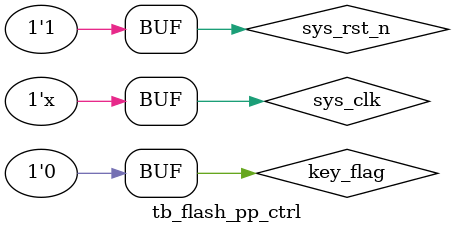
<source format=v>
`timescale 1ns/1ns
module  tb_flash_pp_ctrl();

reg     sys_clk  ;
reg     sys_rst_n;
reg     key_flag ;

wire    cs_n   ;
wire    sck    ;
wire    mosi   ;

initial
    begin
        sys_clk = 1'b1;
        sys_rst_n   <=  1'b0;
        key_flag    <=  1'b0;
        #30
        sys_rst_n   <=  1'b1;
        #1000
        key_flag    <=  1'b1;
        #20
        key_flag    <=  1'b0;
    end

always #10 sys_clk = ~sys_clk;

defparam memory.mem_access.initfile = "initmemory.txt";

flash_pp_ctrl   flash_pp_ctrl_inst
(
    .sys_clk     (sys_clk),
    .sys_rst_n   (sys_rst_n),
    .key_flag    (key_flag),

    .cs_n        (cs_n),
    .sck         (sck),
    .mosi        (mosi)
);

m25p16 memory 
(
    .c          (sck    ),
    .data_in    (mosi   ),
    .s          (cs_n   ),
    .w          (1'b1   ),
    .hold       (1'b1   ),
    .data_out   (       )
); 

endmodule

</source>
